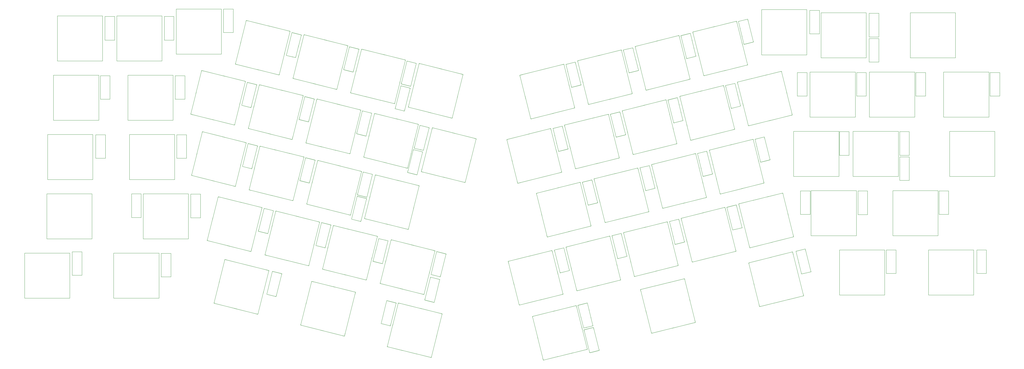
<source format=gbr>
%TF.GenerationSoftware,KiCad,Pcbnew,(5.1.7)-1*%
%TF.CreationDate,2021-08-08T11:48:14+10:00*%
%TF.ProjectId,ume,756d652e-6b69-4636-9164-5f7063625858,rev?*%
%TF.SameCoordinates,Original*%
%TF.FileFunction,Other,User*%
%FSLAX46Y46*%
G04 Gerber Fmt 4.6, Leading zero omitted, Abs format (unit mm)*
G04 Created by KiCad (PCBNEW (5.1.7)-1) date 2021-08-08 11:48:14*
%MOMM*%
%LPD*%
G01*
G04 APERTURE LIST*
%ADD10C,0.050000*%
G04 APERTURE END LIST*
D10*
%TO.C,SW61*%
X362650000Y-115300000D02*
X348150000Y-115300000D01*
X362650000Y-129800000D02*
X362650000Y-115300000D01*
X348150000Y-129800000D02*
X362650000Y-129800000D01*
X348150000Y-115300000D02*
X348150000Y-129800000D01*
%TO.C,SW16*%
X124538589Y-98717995D02*
X121030721Y-112787283D01*
X121030721Y-112787283D02*
X135100009Y-116295151D01*
X135100009Y-116295151D02*
X138607877Y-102225863D01*
X138607877Y-102225863D02*
X124538589Y-98717995D01*
%TO.C,SW1*%
X63950000Y-97250000D02*
X63950000Y-111750000D01*
X63950000Y-111750000D02*
X78450000Y-111750000D01*
X78450000Y-111750000D02*
X78450000Y-97250000D01*
X78450000Y-97250000D02*
X63950000Y-97250000D01*
%TO.C,SW65*%
X250951649Y-185185217D02*
X254459517Y-199254505D01*
X254459517Y-199254505D02*
X268528805Y-195746637D01*
X268528805Y-195746637D02*
X265020937Y-181677349D01*
X265020937Y-181677349D02*
X250951649Y-185185217D01*
%TO.C,SW59*%
X314720000Y-172450000D02*
X314720000Y-186950000D01*
X314720000Y-186950000D02*
X329220000Y-186950000D01*
X329220000Y-186950000D02*
X329220000Y-172450000D01*
X329220000Y-172450000D02*
X314720000Y-172450000D01*
%TO.C,SW64*%
X343300000Y-172450000D02*
X343300000Y-186950000D01*
X343300000Y-186950000D02*
X357800000Y-186950000D01*
X357800000Y-186950000D02*
X357800000Y-172450000D01*
X357800000Y-172450000D02*
X343300000Y-172450000D01*
%TO.C,SW62*%
X350050000Y-134350000D02*
X350050000Y-148850000D01*
X350050000Y-148850000D02*
X364550000Y-148850000D01*
X364550000Y-148850000D02*
X364550000Y-134350000D01*
X364550000Y-134350000D02*
X350050000Y-134350000D01*
%TO.C,SW63*%
X331850000Y-153400000D02*
X331850000Y-167900000D01*
X331850000Y-167900000D02*
X346350000Y-167900000D01*
X346350000Y-167900000D02*
X346350000Y-153400000D01*
X346350000Y-153400000D02*
X331850000Y-153400000D01*
%TO.C,SW10*%
X82050000Y-173450000D02*
X82050000Y-187950000D01*
X82050000Y-187950000D02*
X96550000Y-187950000D01*
X96550000Y-187950000D02*
X96550000Y-173450000D01*
X96550000Y-173450000D02*
X82050000Y-173450000D01*
%TO.C,SW5*%
X53450000Y-173450000D02*
X53450000Y-187950000D01*
X53450000Y-187950000D02*
X67950000Y-187950000D01*
X67950000Y-187950000D02*
X67950000Y-173450000D01*
X67950000Y-173450000D02*
X53450000Y-173450000D01*
%TO.C,SW60*%
X337450000Y-96250000D02*
X337450000Y-110750000D01*
X337450000Y-110750000D02*
X351950000Y-110750000D01*
X351950000Y-110750000D02*
X351950000Y-96250000D01*
X351950000Y-96250000D02*
X337450000Y-96250000D01*
%TO.C,SW20*%
X145486272Y-182551622D02*
X141978404Y-196620910D01*
X141978404Y-196620910D02*
X156047692Y-200128778D01*
X156047692Y-200128778D02*
X159555560Y-186059490D01*
X159555560Y-186059490D02*
X145486272Y-182551622D01*
%TO.C,SW4*%
X60550000Y-154400000D02*
X60550000Y-168900000D01*
X60550000Y-168900000D02*
X75050000Y-168900000D01*
X75050000Y-168900000D02*
X75050000Y-154400000D01*
X75050000Y-154400000D02*
X60550000Y-154400000D01*
%TO.C,SW3*%
X60850000Y-135350000D02*
X60850000Y-149850000D01*
X60850000Y-149850000D02*
X75350000Y-149850000D01*
X75350000Y-149850000D02*
X75350000Y-135350000D01*
X75350000Y-135350000D02*
X60850000Y-135350000D01*
%TO.C,SW2*%
X62750000Y-116300000D02*
X62750000Y-130800000D01*
X62750000Y-130800000D02*
X77250000Y-130800000D01*
X77250000Y-130800000D02*
X77250000Y-116300000D01*
X77250000Y-116300000D02*
X62750000Y-116300000D01*
%TO.C,SW6*%
X83000000Y-97250000D02*
X83000000Y-111750000D01*
X83000000Y-111750000D02*
X97500000Y-111750000D01*
X97500000Y-111750000D02*
X97500000Y-97250000D01*
X97500000Y-97250000D02*
X83000000Y-97250000D01*
%TO.C,SW7*%
X86550000Y-116300000D02*
X86550000Y-130800000D01*
X86550000Y-130800000D02*
X101050000Y-130800000D01*
X101050000Y-130800000D02*
X101050000Y-116300000D01*
X101050000Y-116300000D02*
X86550000Y-116300000D01*
%TO.C,SW8*%
X87050000Y-135350000D02*
X87050000Y-149850000D01*
X87050000Y-149850000D02*
X101550000Y-149850000D01*
X101550000Y-149850000D02*
X101550000Y-135350000D01*
X101550000Y-135350000D02*
X87050000Y-135350000D01*
%TO.C,SW9*%
X91500000Y-154400000D02*
X91500000Y-168900000D01*
X91500000Y-168900000D02*
X106000000Y-168900000D01*
X106000000Y-168900000D02*
X106000000Y-154400000D01*
X106000000Y-154400000D02*
X91500000Y-154400000D01*
%TO.C,SW11*%
X102050000Y-95050000D02*
X102050000Y-109550000D01*
X102050000Y-109550000D02*
X116550000Y-109550000D01*
X116550000Y-109550000D02*
X116550000Y-95050000D01*
X116550000Y-95050000D02*
X102050000Y-95050000D01*
%TO.C,SW12*%
X110227020Y-114782910D02*
X106719152Y-128852198D01*
X106719152Y-128852198D02*
X120788440Y-132360066D01*
X120788440Y-132360066D02*
X124296308Y-118290778D01*
X124296308Y-118290778D02*
X110227020Y-114782910D01*
%TO.C,SW13*%
X110469886Y-134476653D02*
X106962018Y-148545941D01*
X106962018Y-148545941D02*
X121031306Y-152053809D01*
X121031306Y-152053809D02*
X124539174Y-137984521D01*
X124539174Y-137984521D02*
X110469886Y-134476653D01*
%TO.C,SW14*%
X115515717Y-155367909D02*
X112007849Y-169437197D01*
X112007849Y-169437197D02*
X126077137Y-172945065D01*
X126077137Y-172945065D02*
X129585005Y-158875777D01*
X129585005Y-158875777D02*
X115515717Y-155367909D01*
%TO.C,SW15*%
X117699175Y-175545496D02*
X114191307Y-189614784D01*
X114191307Y-189614784D02*
X128260595Y-193122652D01*
X128260595Y-193122652D02*
X131768463Y-179053364D01*
X131768463Y-179053364D02*
X117699175Y-175545496D01*
%TO.C,SW17*%
X128711153Y-119391522D02*
X125203285Y-133460810D01*
X125203285Y-133460810D02*
X139272573Y-136968678D01*
X139272573Y-136968678D02*
X142780441Y-122899390D01*
X142780441Y-122899390D02*
X128711153Y-119391522D01*
%TO.C,SW18*%
X128954020Y-139085265D02*
X125446152Y-153154553D01*
X125446152Y-153154553D02*
X139515440Y-156662421D01*
X139515440Y-156662421D02*
X143023308Y-142593133D01*
X143023308Y-142593133D02*
X128954020Y-139085265D01*
%TO.C,SW19*%
X133999850Y-159976521D02*
X130491982Y-174045809D01*
X130491982Y-174045809D02*
X144561270Y-177553677D01*
X144561270Y-177553677D02*
X148069138Y-163484389D01*
X148069138Y-163484389D02*
X133999850Y-159976521D01*
%TO.C,SW21*%
X143022723Y-103326607D02*
X139514855Y-117395895D01*
X139514855Y-117395895D02*
X153584143Y-120903763D01*
X153584143Y-120903763D02*
X157092011Y-106834475D01*
X157092011Y-106834475D02*
X143022723Y-103326607D01*
%TO.C,SW22*%
X147195287Y-124000134D02*
X143687419Y-138069422D01*
X143687419Y-138069422D02*
X157756707Y-141577290D01*
X157756707Y-141577290D02*
X161264575Y-127508002D01*
X161264575Y-127508002D02*
X147195287Y-124000134D01*
%TO.C,SW23*%
X147438154Y-143693877D02*
X143930286Y-157763165D01*
X143930286Y-157763165D02*
X157999574Y-161271033D01*
X157999574Y-161271033D02*
X161507442Y-147201745D01*
X161507442Y-147201745D02*
X147438154Y-143693877D01*
%TO.C,SW24*%
X152483984Y-164585133D02*
X148976116Y-178654421D01*
X148976116Y-178654421D02*
X163045404Y-182162289D01*
X163045404Y-182162289D02*
X166553272Y-168093001D01*
X166553272Y-168093001D02*
X152483984Y-164585133D01*
%TO.C,SW25*%
X173273370Y-189457747D02*
X169765502Y-203527035D01*
X169765502Y-203527035D02*
X183834790Y-207034903D01*
X183834790Y-207034903D02*
X187342658Y-192965615D01*
X187342658Y-192965615D02*
X173273370Y-189457747D01*
%TO.C,SW26*%
X161506856Y-107935219D02*
X157998988Y-122004507D01*
X157998988Y-122004507D02*
X172068276Y-125512375D01*
X172068276Y-125512375D02*
X175576144Y-111443087D01*
X175576144Y-111443087D02*
X161506856Y-107935219D01*
%TO.C,SW27*%
X165679421Y-128608746D02*
X162171553Y-142678034D01*
X162171553Y-142678034D02*
X176240841Y-146185902D01*
X176240841Y-146185902D02*
X179748709Y-132116614D01*
X179748709Y-132116614D02*
X165679421Y-128608746D01*
%TO.C,SW28*%
X165922287Y-148302489D02*
X162414419Y-162371777D01*
X162414419Y-162371777D02*
X176483707Y-165879645D01*
X176483707Y-165879645D02*
X179991575Y-151810357D01*
X179991575Y-151810357D02*
X165922287Y-148302489D01*
%TO.C,SW29*%
X170968118Y-169193746D02*
X167460250Y-183263034D01*
X167460250Y-183263034D02*
X181529538Y-186770902D01*
X181529538Y-186770902D02*
X185037406Y-172701614D01*
X185037406Y-172701614D02*
X170968118Y-169193746D01*
%TO.C,SW30*%
X179990990Y-112543831D02*
X176483122Y-126613119D01*
X176483122Y-126613119D02*
X190552410Y-130120987D01*
X190552410Y-130120987D02*
X194060278Y-116051699D01*
X194060278Y-116051699D02*
X179990990Y-112543831D01*
%TO.C,SW31*%
X184163554Y-133217358D02*
X180655686Y-147286646D01*
X180655686Y-147286646D02*
X194724974Y-150794514D01*
X194724974Y-150794514D02*
X198232842Y-136725226D01*
X198232842Y-136725226D02*
X184163554Y-133217358D01*
%TO.C,SW32*%
X212258904Y-116300705D02*
X215766772Y-130369993D01*
X215766772Y-130369993D02*
X229836060Y-126862125D01*
X229836060Y-126862125D02*
X226328192Y-112792837D01*
X226328192Y-112792837D02*
X212258904Y-116300705D01*
%TO.C,SW33*%
X208086340Y-136974232D02*
X211594208Y-151043520D01*
X211594208Y-151043520D02*
X225663496Y-147535652D01*
X225663496Y-147535652D02*
X222155628Y-133466364D01*
X222155628Y-133466364D02*
X208086340Y-136974232D01*
%TO.C,SW34*%
X226570473Y-132365620D02*
X230078341Y-146434908D01*
X230078341Y-146434908D02*
X244147629Y-142927040D01*
X244147629Y-142927040D02*
X240639761Y-128857752D01*
X240639761Y-128857752D02*
X226570473Y-132365620D01*
%TO.C,SW35*%
X217546430Y-154248756D02*
X221054298Y-168318044D01*
X221054298Y-168318044D02*
X235123586Y-164810176D01*
X235123586Y-164810176D02*
X231615718Y-150740888D01*
X231615718Y-150740888D02*
X217546430Y-154248756D01*
%TO.C,SW36*%
X208522387Y-176131892D02*
X212030255Y-190201180D01*
X212030255Y-190201180D02*
X226099543Y-186693312D01*
X226099543Y-186693312D02*
X222591675Y-172624024D01*
X222591675Y-172624024D02*
X208522387Y-176131892D01*
%TO.C,SW37*%
X230743037Y-111692093D02*
X234250905Y-125761381D01*
X234250905Y-125761381D02*
X248320193Y-122253513D01*
X248320193Y-122253513D02*
X244812325Y-108184225D01*
X244812325Y-108184225D02*
X230743037Y-111692093D01*
%TO.C,SW38*%
X245054607Y-127757007D02*
X248562475Y-141826295D01*
X248562475Y-141826295D02*
X262631763Y-138318427D01*
X262631763Y-138318427D02*
X259123895Y-124249139D01*
X259123895Y-124249139D02*
X245054607Y-127757007D01*
%TO.C,SW39*%
X236030564Y-149640144D02*
X239538432Y-163709432D01*
X239538432Y-163709432D02*
X253607720Y-160201564D01*
X253607720Y-160201564D02*
X250099852Y-146132276D01*
X250099852Y-146132276D02*
X236030564Y-149640144D01*
%TO.C,SW40*%
X227006521Y-171523280D02*
X230514389Y-185592568D01*
X230514389Y-185592568D02*
X244583677Y-182084700D01*
X244583677Y-182084700D02*
X241075809Y-168015412D01*
X241075809Y-168015412D02*
X227006521Y-171523280D01*
%TO.C,SW41*%
X216297808Y-193825390D02*
X219805676Y-207894678D01*
X219805676Y-207894678D02*
X233874964Y-204386810D01*
X233874964Y-204386810D02*
X230367096Y-190317522D01*
X230367096Y-190317522D02*
X216297808Y-193825390D01*
%TO.C,SW42*%
X249227171Y-107083481D02*
X252735039Y-121152769D01*
X252735039Y-121152769D02*
X266804327Y-117644901D01*
X266804327Y-117644901D02*
X263296459Y-103575613D01*
X263296459Y-103575613D02*
X249227171Y-107083481D01*
%TO.C,SW43*%
X263538740Y-123148395D02*
X267046608Y-137217683D01*
X267046608Y-137217683D02*
X281115896Y-133709815D01*
X281115896Y-133709815D02*
X277608028Y-119640527D01*
X277608028Y-119640527D02*
X263538740Y-123148395D01*
%TO.C,SW44*%
X254514697Y-145031532D02*
X258022565Y-159100820D01*
X258022565Y-159100820D02*
X272091853Y-155592952D01*
X272091853Y-155592952D02*
X268583985Y-141523664D01*
X268583985Y-141523664D02*
X254514697Y-145031532D01*
%TO.C,SW45*%
X245490655Y-166914668D02*
X248998523Y-180983956D01*
X248998523Y-180983956D02*
X263067811Y-177476088D01*
X263067811Y-177476088D02*
X259559943Y-163406800D01*
X259559943Y-163406800D02*
X245490655Y-166914668D01*
%TO.C,SW46*%
X267711304Y-102474869D02*
X271219172Y-116544157D01*
X271219172Y-116544157D02*
X285288460Y-113036289D01*
X285288460Y-113036289D02*
X281780592Y-98967001D01*
X281780592Y-98967001D02*
X267711304Y-102474869D01*
%TO.C,SW47*%
X282022874Y-118539783D02*
X285530742Y-132609071D01*
X285530742Y-132609071D02*
X299600030Y-129101203D01*
X299600030Y-129101203D02*
X296092162Y-115031915D01*
X296092162Y-115031915D02*
X282022874Y-118539783D01*
%TO.C,SW48*%
X272998831Y-140422919D02*
X276506699Y-154492207D01*
X276506699Y-154492207D02*
X290575987Y-150984339D01*
X290575987Y-150984339D02*
X287068119Y-136915051D01*
X287068119Y-136915051D02*
X272998831Y-140422919D01*
%TO.C,SW49*%
X263974788Y-162306056D02*
X267482656Y-176375344D01*
X267482656Y-176375344D02*
X281551944Y-172867476D01*
X281551944Y-172867476D02*
X278044076Y-158798188D01*
X278044076Y-158798188D02*
X263974788Y-162306056D01*
%TO.C,SW50*%
X289747490Y-95287231D02*
X289747490Y-109787231D01*
X289747490Y-109787231D02*
X304247490Y-109787231D01*
X304247490Y-109787231D02*
X304247490Y-95287231D01*
X304247490Y-95287231D02*
X289747490Y-95287231D01*
%TO.C,SW51*%
X305300000Y-115300000D02*
X305300000Y-129800000D01*
X305300000Y-129800000D02*
X319800000Y-129800000D01*
X319800000Y-129800000D02*
X319800000Y-115300000D01*
X319800000Y-115300000D02*
X305300000Y-115300000D01*
%TO.C,SW52*%
X300050000Y-134350000D02*
X300050000Y-148850000D01*
X300050000Y-148850000D02*
X314550000Y-148850000D01*
X314550000Y-148850000D02*
X314550000Y-134350000D01*
X314550000Y-134350000D02*
X300050000Y-134350000D01*
%TO.C,SW53*%
X282458922Y-157697444D02*
X285966790Y-171766732D01*
X285966790Y-171766732D02*
X300036078Y-168258864D01*
X300036078Y-168258864D02*
X296528210Y-154189576D01*
X296528210Y-154189576D02*
X282458922Y-157697444D01*
%TO.C,SW54*%
X285634775Y-176610659D02*
X289142643Y-190679947D01*
X289142643Y-190679947D02*
X303211931Y-187172079D01*
X303211931Y-187172079D02*
X299704063Y-173102791D01*
X299704063Y-173102791D02*
X285634775Y-176610659D01*
%TO.C,SW55*%
X308850000Y-96250000D02*
X308850000Y-110750000D01*
X308850000Y-110750000D02*
X323350000Y-110750000D01*
X323350000Y-110750000D02*
X323350000Y-96250000D01*
X323350000Y-96250000D02*
X308850000Y-96250000D01*
%TO.C,SW56*%
X324350000Y-115300000D02*
X324350000Y-129800000D01*
X324350000Y-129800000D02*
X338850000Y-129800000D01*
X338850000Y-129800000D02*
X338850000Y-115300000D01*
X338850000Y-115300000D02*
X324350000Y-115300000D01*
%TO.C,SW57*%
X319100000Y-134350000D02*
X319100000Y-148850000D01*
X319100000Y-148850000D02*
X333600000Y-148850000D01*
X333600000Y-148850000D02*
X333600000Y-134350000D01*
X333600000Y-134350000D02*
X319100000Y-134350000D01*
%TO.C,SW58*%
X305650000Y-153400000D02*
X305650000Y-167900000D01*
X305650000Y-167900000D02*
X320150000Y-167900000D01*
X320150000Y-167900000D02*
X320150000Y-153400000D01*
X320150000Y-153400000D02*
X305650000Y-153400000D01*
%TO.C,D65*%
X232836311Y-198154218D02*
X234670079Y-205509060D01*
X235844228Y-197404260D02*
X232836311Y-198154218D01*
X237677996Y-204759102D02*
X235844228Y-197404260D01*
X234670079Y-205509060D02*
X237677996Y-204759102D01*
%TO.C,D64*%
X358750000Y-180050000D02*
X361850000Y-180050000D01*
X361850000Y-180050000D02*
X361850000Y-172470000D01*
X361850000Y-172470000D02*
X358750000Y-172470000D01*
X358750000Y-172470000D02*
X358750000Y-180050000D01*
%TO.C,D63*%
X346650000Y-161050000D02*
X349750000Y-161050000D01*
X349750000Y-161050000D02*
X349750000Y-153470000D01*
X349750000Y-153470000D02*
X346650000Y-153470000D01*
X346650000Y-153470000D02*
X346650000Y-161050000D01*
%TO.C,D62*%
X334050000Y-150130000D02*
X337150000Y-150130000D01*
X337150000Y-150130000D02*
X337150000Y-142550000D01*
X337150000Y-142550000D02*
X334050000Y-142550000D01*
X334050000Y-142550000D02*
X334050000Y-150130000D01*
%TO.C,D61*%
X363050000Y-123050000D02*
X366150000Y-123050000D01*
X366150000Y-123050000D02*
X366150000Y-115470000D01*
X366150000Y-115470000D02*
X363050000Y-115470000D01*
X363050000Y-115470000D02*
X363050000Y-123050000D01*
%TO.C,D60*%
X324250000Y-112130000D02*
X327350000Y-112130000D01*
X327350000Y-112130000D02*
X327350000Y-104550000D01*
X327350000Y-104550000D02*
X324250000Y-104550000D01*
X324250000Y-104550000D02*
X324250000Y-112130000D01*
%TO.C,D59*%
X329750000Y-180050000D02*
X332850000Y-180050000D01*
X332850000Y-180050000D02*
X332850000Y-172470000D01*
X332850000Y-172470000D02*
X329750000Y-172470000D01*
X329750000Y-172470000D02*
X329750000Y-180050000D01*
%TO.C,D58*%
X320650000Y-161130000D02*
X323750000Y-161130000D01*
X323750000Y-161130000D02*
X323750000Y-153550000D01*
X323750000Y-153550000D02*
X320650000Y-153550000D01*
X320650000Y-153550000D02*
X320650000Y-161130000D01*
%TO.C,D57*%
X334050000Y-142050000D02*
X337150000Y-142050000D01*
X337150000Y-142050000D02*
X337150000Y-134470000D01*
X337150000Y-134470000D02*
X334050000Y-134470000D01*
X334050000Y-134470000D02*
X334050000Y-142050000D01*
%TO.C,D56*%
X339250000Y-123050000D02*
X342350000Y-123050000D01*
X342350000Y-123050000D02*
X342350000Y-115470000D01*
X342350000Y-115470000D02*
X339250000Y-115470000D01*
X339250000Y-115470000D02*
X339250000Y-123050000D01*
%TO.C,D55*%
X324250000Y-104050000D02*
X327350000Y-104050000D01*
X327350000Y-104050000D02*
X327350000Y-96470000D01*
X327350000Y-96470000D02*
X324250000Y-96470000D01*
X324250000Y-96470000D02*
X324250000Y-104050000D01*
%TO.C,D54*%
X302609996Y-180210926D02*
X305617913Y-179460968D01*
X305617913Y-179460968D02*
X303784145Y-172106126D01*
X303784145Y-172106126D02*
X300776228Y-172856084D01*
X300776228Y-172856084D02*
X302609996Y-180210926D01*
%TO.C,D53*%
X302250000Y-161050000D02*
X305350000Y-161050000D01*
X305350000Y-161050000D02*
X305350000Y-153470000D01*
X305350000Y-153470000D02*
X302250000Y-153470000D01*
X302250000Y-153470000D02*
X302250000Y-161050000D01*
%TO.C,D52*%
X314750000Y-142050000D02*
X317850000Y-142050000D01*
X317850000Y-142050000D02*
X317850000Y-134470000D01*
X317850000Y-134470000D02*
X314750000Y-134470000D01*
X314750000Y-134470000D02*
X314750000Y-142050000D01*
%TO.C,D51*%
X320250000Y-123050000D02*
X323350000Y-123050000D01*
X323350000Y-123050000D02*
X323350000Y-115470000D01*
X323350000Y-115470000D02*
X320250000Y-115470000D01*
X320250000Y-115470000D02*
X320250000Y-123050000D01*
%TO.C,D50*%
X305197490Y-103087230D02*
X308297490Y-103087230D01*
X308297490Y-103087230D02*
X308297490Y-95507230D01*
X308297490Y-95507230D02*
X305197490Y-95507230D01*
X305197490Y-95507230D02*
X305197490Y-103087230D01*
%TO.C,D49*%
X280476956Y-166075798D02*
X283484873Y-165325840D01*
X283484873Y-165325840D02*
X281651105Y-157970998D01*
X281651105Y-157970998D02*
X278643188Y-158720956D01*
X278643188Y-158720956D02*
X280476956Y-166075798D01*
%TO.C,D48*%
X289464581Y-144253272D02*
X292472498Y-143503314D01*
X292472498Y-143503314D02*
X290638730Y-136148472D01*
X290638730Y-136148472D02*
X287630813Y-136898430D01*
X287630813Y-136898430D02*
X289464581Y-144253272D01*
%TO.C,D47*%
X301250000Y-123050000D02*
X304350000Y-123050000D01*
X304350000Y-123050000D02*
X304350000Y-115470000D01*
X304350000Y-115470000D02*
X301250000Y-115470000D01*
X301250000Y-115470000D02*
X301250000Y-123050000D01*
%TO.C,D46*%
X284152731Y-106414347D02*
X287160648Y-105664389D01*
X287160648Y-105664389D02*
X285326880Y-98309547D01*
X285326880Y-98309547D02*
X282318963Y-99059505D01*
X282318963Y-99059505D02*
X284152731Y-106414347D01*
%TO.C,D45*%
X271028962Y-148849788D02*
X274036879Y-148099830D01*
X274036879Y-148099830D02*
X272203111Y-140744988D01*
X272203111Y-140744988D02*
X269195194Y-141494946D01*
X269195194Y-141494946D02*
X271028962Y-148849788D01*
%TO.C,D44*%
X280016586Y-127027263D02*
X283024503Y-126277305D01*
X283024503Y-126277305D02*
X281190735Y-118922463D01*
X281190735Y-118922463D02*
X278182818Y-119672421D01*
X278182818Y-119672421D02*
X280016586Y-127027263D01*
%TO.C,D43*%
X265717113Y-111010863D02*
X268725030Y-110260905D01*
X268725030Y-110260905D02*
X266891262Y-102906063D01*
X266891262Y-102906063D02*
X263883345Y-103656021D01*
X263883345Y-103656021D02*
X265717113Y-111010863D01*
%TO.C,D42*%
X262041338Y-170672314D02*
X265049255Y-169922356D01*
X265049255Y-169922356D02*
X263215487Y-162567514D01*
X263215487Y-162567514D02*
X260207570Y-163317472D01*
X260207570Y-163317472D02*
X262041338Y-170672314D01*
%TO.C,D41*%
X232690851Y-197570810D02*
X235698768Y-196820852D01*
X235698768Y-196820852D02*
X233865000Y-189466010D01*
X233865000Y-189466010D02*
X230857083Y-190215968D01*
X230857083Y-190215968D02*
X232690851Y-197570810D01*
%TO.C,D40*%
X243605719Y-175268830D02*
X246613636Y-174518872D01*
X246613636Y-174518872D02*
X244779868Y-167164030D01*
X244779868Y-167164030D02*
X241771951Y-167913988D01*
X241771951Y-167913988D02*
X243605719Y-175268830D01*
%TO.C,D39*%
X252593343Y-153446304D02*
X255601260Y-152696346D01*
X255601260Y-152696346D02*
X253767492Y-145341504D01*
X253767492Y-145341504D02*
X250759575Y-146091462D01*
X250759575Y-146091462D02*
X252593343Y-153446304D01*
%TO.C,D38*%
X261580967Y-131623779D02*
X264588884Y-130873821D01*
X264588884Y-130873821D02*
X262755116Y-123518979D01*
X262755116Y-123518979D02*
X259747199Y-124268937D01*
X259747199Y-124268937D02*
X261580967Y-131623779D01*
%TO.C,D37*%
X247281494Y-115607379D02*
X250289411Y-114857421D01*
X250289411Y-114857421D02*
X248455643Y-107502579D01*
X248455643Y-107502579D02*
X245447726Y-108252537D01*
X245447726Y-108252537D02*
X247281494Y-115607379D01*
%TO.C,D36*%
X225170100Y-179865346D02*
X228178017Y-179115388D01*
X228178017Y-179115388D02*
X226344249Y-171760546D01*
X226344249Y-171760546D02*
X223336332Y-172510504D01*
X223336332Y-172510504D02*
X225170100Y-179865346D01*
%TO.C,D35*%
X234157724Y-158042820D02*
X237165641Y-157292862D01*
X237165641Y-157292862D02*
X235331873Y-149938020D01*
X235331873Y-149938020D02*
X232323956Y-150687978D01*
X232323956Y-150687978D02*
X234157724Y-158042820D01*
%TO.C,D34*%
X243145348Y-136220295D02*
X246153265Y-135470337D01*
X246153265Y-135470337D02*
X244319497Y-128115495D01*
X244319497Y-128115495D02*
X241311580Y-128865453D01*
X241311580Y-128865453D02*
X243145348Y-136220295D01*
%TO.C,D33*%
X224709729Y-140816811D02*
X227717646Y-140066853D01*
X227717646Y-140066853D02*
X225883878Y-132712011D01*
X225883878Y-132712011D02*
X222875961Y-133461969D01*
X222875961Y-133461969D02*
X224709729Y-140816811D01*
%TO.C,D32*%
X228845875Y-120203895D02*
X231853792Y-119453937D01*
X231853792Y-119453937D02*
X230020024Y-112099095D01*
X230020024Y-112099095D02*
X227012107Y-112849053D01*
X227012107Y-112849053D02*
X228845875Y-120203895D01*
%TO.C,D31*%
X176264676Y-147566993D02*
X179272593Y-148316951D01*
X179272593Y-148316951D02*
X181106361Y-140962109D01*
X181106361Y-140962109D02*
X178098444Y-140212151D01*
X178098444Y-140212151D02*
X176264676Y-147566993D01*
%TO.C,D30*%
X172264676Y-127066993D02*
X175272593Y-127816951D01*
X175272593Y-127816951D02*
X177106361Y-120462109D01*
X177106361Y-120462109D02*
X174098444Y-119712151D01*
X174098444Y-119712151D02*
X172264676Y-127066993D01*
%TO.C,D29*%
X183764676Y-180378394D02*
X186772593Y-181128352D01*
X186772593Y-181128352D02*
X188606361Y-173773510D01*
X188606361Y-173773510D02*
X185598444Y-173023552D01*
X185598444Y-173023552D02*
X183764676Y-180378394D01*
%TO.C,D28*%
X158264676Y-162566993D02*
X161272593Y-163316951D01*
X161272593Y-163316951D02*
X163106361Y-155962109D01*
X163106361Y-155962109D02*
X160098444Y-155212151D01*
X160098444Y-155212151D02*
X158264676Y-162566993D01*
%TO.C,D27*%
X178358961Y-139757367D02*
X181366878Y-140507325D01*
X181366878Y-140507325D02*
X183200646Y-133152483D01*
X183200646Y-133152483D02*
X180192729Y-132402525D01*
X180192729Y-132402525D02*
X178358961Y-139757367D01*
%TO.C,D26*%
X174222816Y-119144451D02*
X177230733Y-119894409D01*
X177230733Y-119894409D02*
X179064501Y-112539567D01*
X179064501Y-112539567D02*
X176056584Y-111789609D01*
X176056584Y-111789609D02*
X174222816Y-119144451D01*
%TO.C,D25*%
X181764676Y-188566993D02*
X184772593Y-189316951D01*
X184772593Y-189316951D02*
X186606361Y-181962109D01*
X186606361Y-181962109D02*
X183598444Y-181212151D01*
X183598444Y-181212151D02*
X181764676Y-188566993D01*
%TO.C,D24*%
X165163785Y-176146065D02*
X168171702Y-176896023D01*
X168171702Y-176896023D02*
X170005470Y-169541181D01*
X170005470Y-169541181D02*
X166997553Y-168791223D01*
X166997553Y-168791223D02*
X165163785Y-176146065D01*
%TO.C,D23*%
X160178305Y-154806079D02*
X163186222Y-155556037D01*
X163186222Y-155556037D02*
X165019990Y-148201195D01*
X165019990Y-148201195D02*
X162012073Y-147451237D01*
X162012073Y-147451237D02*
X160178305Y-154806079D01*
%TO.C,D22*%
X159923343Y-135160851D02*
X162931260Y-135910809D01*
X162931260Y-135910809D02*
X164765028Y-128555967D01*
X164765028Y-128555967D02*
X161757111Y-127806009D01*
X161757111Y-127806009D02*
X159923343Y-135160851D01*
%TO.C,D21*%
X155787197Y-114547935D02*
X158795114Y-115297893D01*
X158795114Y-115297893D02*
X160628882Y-107943051D01*
X160628882Y-107943051D02*
X157620965Y-107193093D01*
X157620965Y-107193093D02*
X155787197Y-114547935D01*
%TO.C,D20*%
X167764676Y-196066993D02*
X170772593Y-196816951D01*
X170772593Y-196816951D02*
X172606361Y-189462109D01*
X172606361Y-189462109D02*
X169598444Y-188712151D01*
X169598444Y-188712151D02*
X167764676Y-196066993D01*
%TO.C,D19*%
X146849128Y-171064401D02*
X149857045Y-171814359D01*
X149857045Y-171814359D02*
X151690813Y-164459517D01*
X151690813Y-164459517D02*
X148682896Y-163709559D01*
X148682896Y-163709559D02*
X146849128Y-171064401D01*
%TO.C,D18*%
X141742686Y-150209563D02*
X144750603Y-150959521D01*
X144750603Y-150959521D02*
X146584371Y-143604679D01*
X146584371Y-143604679D02*
X143576454Y-142854721D01*
X143576454Y-142854721D02*
X141742686Y-150209563D01*
%TO.C,D17*%
X141487724Y-130564335D02*
X144495641Y-131314293D01*
X144495641Y-131314293D02*
X146329409Y-123959451D01*
X146329409Y-123959451D02*
X143321492Y-123209493D01*
X143321492Y-123209493D02*
X141487724Y-130564335D01*
%TO.C,D16*%
X137351578Y-109951419D02*
X140359495Y-110701377D01*
X140359495Y-110701377D02*
X142193263Y-103346535D01*
X142193263Y-103346535D02*
X139185346Y-102596577D01*
X139185346Y-102596577D02*
X137351578Y-109951419D01*
%TO.C,D15*%
X131094211Y-186717918D02*
X134102128Y-187467876D01*
X134102128Y-187467876D02*
X135935896Y-180113034D01*
X135935896Y-180113034D02*
X132927979Y-179363076D01*
X132927979Y-179363076D02*
X131094211Y-186717918D01*
%TO.C,D14*%
X128413509Y-166467885D02*
X131421426Y-167217843D01*
X131421426Y-167217843D02*
X133255194Y-159863001D01*
X133255194Y-159863001D02*
X130247277Y-159113043D01*
X130247277Y-159113043D02*
X128413509Y-166467885D01*
%TO.C,D13*%
X123307068Y-145613047D02*
X126314985Y-146363005D01*
X126314985Y-146363005D02*
X128148753Y-139008163D01*
X128148753Y-139008163D02*
X125140836Y-138258205D01*
X125140836Y-138258205D02*
X123307068Y-145613047D01*
%TO.C,D12*%
X123052105Y-125967819D02*
X126060022Y-126717777D01*
X126060022Y-126717777D02*
X127893790Y-119362935D01*
X127893790Y-119362935D02*
X124885873Y-118612977D01*
X124885873Y-118612977D02*
X123052105Y-125967819D01*
%TO.C,D11*%
X117250000Y-102630000D02*
X120350000Y-102630000D01*
X120350000Y-102630000D02*
X120350000Y-95050000D01*
X120350000Y-95050000D02*
X117250000Y-95050000D01*
X117250000Y-95050000D02*
X117250000Y-102630000D01*
%TO.C,D10*%
X97250000Y-181130000D02*
X100350000Y-181130000D01*
X100350000Y-181130000D02*
X100350000Y-173550000D01*
X100350000Y-173550000D02*
X97250000Y-173550000D01*
X97250000Y-173550000D02*
X97250000Y-181130000D01*
%TO.C,D9*%
X106750000Y-162130000D02*
X109850000Y-162130000D01*
X109850000Y-162130000D02*
X109850000Y-154550000D01*
X109850000Y-154550000D02*
X106750000Y-154550000D01*
X106750000Y-154550000D02*
X106750000Y-162130000D01*
%TO.C,D8*%
X102250000Y-143050000D02*
X105350000Y-143050000D01*
X105350000Y-143050000D02*
X105350000Y-135470000D01*
X105350000Y-135470000D02*
X102250000Y-135470000D01*
X102250000Y-135470000D02*
X102250000Y-143050000D01*
%TO.C,D7*%
X101750000Y-124050000D02*
X104850000Y-124050000D01*
X104850000Y-124050000D02*
X104850000Y-116470000D01*
X104850000Y-116470000D02*
X101750000Y-116470000D01*
X101750000Y-116470000D02*
X101750000Y-124050000D01*
%TO.C,D6*%
X98250000Y-105050000D02*
X101350000Y-105050000D01*
X101350000Y-105050000D02*
X101350000Y-97470000D01*
X101350000Y-97470000D02*
X98250000Y-97470000D01*
X98250000Y-97470000D02*
X98250000Y-105050000D01*
%TO.C,D5*%
X68750000Y-180630000D02*
X71850000Y-180630000D01*
X71850000Y-180630000D02*
X71850000Y-173050000D01*
X71850000Y-173050000D02*
X68750000Y-173050000D01*
X68750000Y-173050000D02*
X68750000Y-180630000D01*
%TO.C,D4*%
X87750000Y-162050000D02*
X90850000Y-162050000D01*
X90850000Y-162050000D02*
X90850000Y-154470000D01*
X90850000Y-154470000D02*
X87750000Y-154470000D01*
X87750000Y-154470000D02*
X87750000Y-162050000D01*
%TO.C,D3*%
X76250000Y-143050000D02*
X79350000Y-143050000D01*
X79350000Y-143050000D02*
X79350000Y-135470000D01*
X79350000Y-135470000D02*
X76250000Y-135470000D01*
X76250000Y-135470000D02*
X76250000Y-143050000D01*
%TO.C,D2*%
X77750000Y-124050000D02*
X80850000Y-124050000D01*
X80850000Y-124050000D02*
X80850000Y-116470000D01*
X80850000Y-116470000D02*
X77750000Y-116470000D01*
X77750000Y-116470000D02*
X77750000Y-124050000D01*
%TO.C,D1*%
X79250000Y-105050000D02*
X82350000Y-105050000D01*
X82350000Y-105050000D02*
X82350000Y-97470000D01*
X82350000Y-97470000D02*
X79250000Y-97470000D01*
X79250000Y-97470000D02*
X79250000Y-105050000D01*
%TD*%
M02*

</source>
